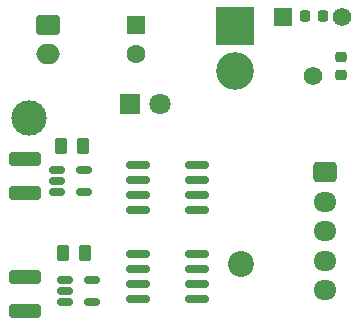
<source format=gbr>
%TF.GenerationSoftware,KiCad,Pcbnew,7.0.9-7.0.9~ubuntu22.04.1*%
%TF.CreationDate,2023-12-14T14:14:35+03:00*%
%TF.ProjectId,main-module,6d61696e-2d6d-46f6-9475-6c652e6b6963,rev?*%
%TF.SameCoordinates,Original*%
%TF.FileFunction,Soldermask,Bot*%
%TF.FilePolarity,Negative*%
%FSLAX46Y46*%
G04 Gerber Fmt 4.6, Leading zero omitted, Abs format (unit mm)*
G04 Created by KiCad (PCBNEW 7.0.9-7.0.9~ubuntu22.04.1) date 2023-12-14 14:14:35*
%MOMM*%
%LPD*%
G01*
G04 APERTURE LIST*
G04 Aperture macros list*
%AMRoundRect*
0 Rectangle with rounded corners*
0 $1 Rounding radius*
0 $2 $3 $4 $5 $6 $7 $8 $9 X,Y pos of 4 corners*
0 Add a 4 corners polygon primitive as box body*
4,1,4,$2,$3,$4,$5,$6,$7,$8,$9,$2,$3,0*
0 Add four circle primitives for the rounded corners*
1,1,$1+$1,$2,$3*
1,1,$1+$1,$4,$5*
1,1,$1+$1,$6,$7*
1,1,$1+$1,$8,$9*
0 Add four rect primitives between the rounded corners*
20,1,$1+$1,$2,$3,$4,$5,0*
20,1,$1+$1,$4,$5,$6,$7,0*
20,1,$1+$1,$6,$7,$8,$9,0*
20,1,$1+$1,$8,$9,$2,$3,0*%
G04 Aperture macros list end*
%ADD10RoundRect,0.250000X-0.725000X0.600000X-0.725000X-0.600000X0.725000X-0.600000X0.725000X0.600000X0*%
%ADD11O,1.950000X1.700000*%
%ADD12R,3.200000X3.200000*%
%ADD13O,3.200000X3.200000*%
%ADD14R,1.560000X1.560000*%
%ADD15C,1.560000*%
%ADD16C,2.200000*%
%ADD17R,1.600000X1.600000*%
%ADD18C,1.600000*%
%ADD19C,3.000000*%
%ADD20R,1.800000X1.800000*%
%ADD21C,1.800000*%
%ADD22RoundRect,0.250000X-0.750000X0.600000X-0.750000X-0.600000X0.750000X-0.600000X0.750000X0.600000X0*%
%ADD23O,2.000000X1.700000*%
%ADD24RoundRect,0.225000X0.250000X-0.225000X0.250000X0.225000X-0.250000X0.225000X-0.250000X-0.225000X0*%
%ADD25RoundRect,0.150000X-0.512500X-0.150000X0.512500X-0.150000X0.512500X0.150000X-0.512500X0.150000X0*%
%ADD26RoundRect,0.250000X-0.262500X-0.450000X0.262500X-0.450000X0.262500X0.450000X-0.262500X0.450000X0*%
%ADD27RoundRect,0.150000X-0.825000X-0.150000X0.825000X-0.150000X0.825000X0.150000X-0.825000X0.150000X0*%
%ADD28RoundRect,0.250000X-1.100000X0.325000X-1.100000X-0.325000X1.100000X-0.325000X1.100000X0.325000X0*%
%ADD29RoundRect,0.225000X-0.225000X-0.250000X0.225000X-0.250000X0.225000X0.250000X-0.225000X0.250000X0*%
G04 APERTURE END LIST*
D10*
%TO.C,T1*%
X172550000Y-75687500D03*
D11*
X172550000Y-78187500D03*
X172550000Y-80687500D03*
X172550000Y-83187500D03*
X172550000Y-85687500D03*
%TD*%
D12*
%TO.C,D4*%
X164950000Y-63315000D03*
D13*
X164950000Y-67125000D03*
%TD*%
D14*
%TO.C,RV2*%
X169050000Y-62547500D03*
D15*
X171550000Y-67547500D03*
X174050000Y-62547500D03*
%TD*%
D16*
%TO.C,H1*%
X165500000Y-83500000D03*
%TD*%
D17*
%TO.C,C18*%
X156550000Y-63205121D03*
D18*
X156550000Y-65705121D03*
%TD*%
D19*
%TO.C,TP5*%
X147550000Y-71087500D03*
%TD*%
D20*
%TO.C,D5*%
X156075000Y-69887500D03*
D21*
X158615000Y-69887500D03*
%TD*%
D22*
%TO.C,J4*%
X149150000Y-63187500D03*
D23*
X149150000Y-65687500D03*
%TD*%
D24*
%TO.C,C35*%
X173925000Y-67472500D03*
X173925000Y-65922500D03*
%TD*%
D25*
%TO.C,U11*%
X150600036Y-86700000D03*
X150600036Y-85750000D03*
X150600036Y-84800000D03*
X152875036Y-84800000D03*
X152875036Y-86700000D03*
%TD*%
D26*
%TO.C,R16*%
X150437500Y-82487500D03*
X152262500Y-82487500D03*
%TD*%
D27*
%TO.C,Q8*%
X156775000Y-78905000D03*
X156775000Y-77635000D03*
X156775000Y-76365000D03*
X156775000Y-75095000D03*
X161725000Y-75095000D03*
X161725000Y-76365000D03*
X161725000Y-77635000D03*
X161725000Y-78905000D03*
%TD*%
%TO.C,Q7*%
X156775000Y-86405000D03*
X156775000Y-85135000D03*
X156775000Y-83865000D03*
X156775000Y-82595000D03*
X161725000Y-82595000D03*
X161725000Y-83865000D03*
X161725000Y-85135000D03*
X161725000Y-86405000D03*
%TD*%
D28*
%TO.C,C30*%
X147200000Y-84525000D03*
X147200000Y-87475000D03*
%TD*%
%TO.C,C28*%
X147150000Y-74537500D03*
X147150000Y-77487500D03*
%TD*%
D29*
%TO.C,C33*%
X170900000Y-62447500D03*
X172450000Y-62447500D03*
%TD*%
D25*
%TO.C,U12*%
X149875000Y-77387500D03*
X149875000Y-76437500D03*
X149875000Y-75487500D03*
X152150000Y-75487500D03*
X152150000Y-77387500D03*
%TD*%
D26*
%TO.C,R17*%
X150237500Y-73487500D03*
X152062500Y-73487500D03*
%TD*%
M02*

</source>
